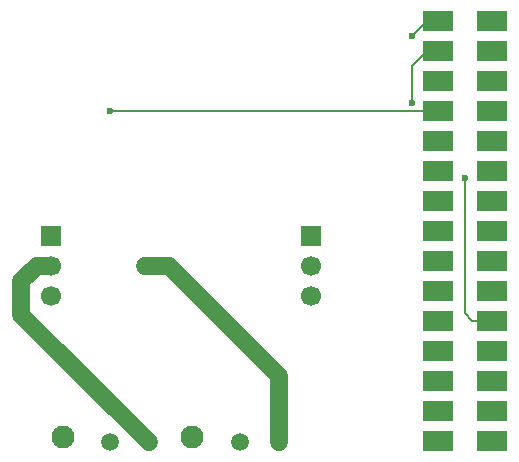
<source format=gbr>
%TF.GenerationSoftware,KiCad,Pcbnew,9.0.4-1.fc42*%
%TF.CreationDate,2025-09-12T10:21:52-07:00*%
%TF.ProjectId,adapter_relay,61646170-7465-4725-9f72-656c61792e6b,1.0*%
%TF.SameCoordinates,Original*%
%TF.FileFunction,Copper,L1,Top*%
%TF.FilePolarity,Positive*%
%FSLAX46Y46*%
G04 Gerber Fmt 4.6, Leading zero omitted, Abs format (unit mm)*
G04 Created by KiCad (PCBNEW 9.0.4-1.fc42) date 2025-09-12 10:21:52*
%MOMM*%
%LPD*%
G01*
G04 APERTURE LIST*
%TA.AperFunction,SMDPad,CuDef*%
%ADD10R,2.600000X1.700000*%
%TD*%
%TA.AperFunction,ComponentPad*%
%ADD11C,1.500000*%
%TD*%
%TA.AperFunction,ComponentPad*%
%ADD12C,1.950000*%
%TD*%
%TA.AperFunction,ComponentPad*%
%ADD13R,1.700000X1.700000*%
%TD*%
%TA.AperFunction,ComponentPad*%
%ADD14C,1.700000*%
%TD*%
%TA.AperFunction,ViaPad*%
%ADD15C,0.600000*%
%TD*%
%TA.AperFunction,ViaPad*%
%ADD16C,0.700000*%
%TD*%
%TA.AperFunction,ViaPad*%
%ADD17C,1.000000*%
%TD*%
%TA.AperFunction,Conductor*%
%ADD18C,0.200000*%
%TD*%
%TA.AperFunction,Conductor*%
%ADD19C,1.500000*%
%TD*%
G04 APERTURE END LIST*
D10*
%TO.P,J1,000,GND*%
%TO.N,GND*%
X146350000Y-107220000D03*
%TO.P,J1,001,GND*%
%TO.N,/GND1*%
X146350000Y-109760000D03*
%TO.P,J1,002,GND*%
%TO.N,/GND2*%
X146350000Y-112300000D03*
%TO.P,J1,003,G37\u00B7SPI_MOSI*%
%TO.N,unconnected-(J1-G37\u00B7SPI_MOSI-Pad003)*%
X146350000Y-114840000D03*
%TO.P,J1,004,G35\u00B7SPI_MISO*%
%TO.N,unconnected-(J1-G35\u00B7SPI_MISO-Pad004)*%
X146350000Y-117380000D03*
%TO.P,J1,005,G36\u00B7SPI_CLK*%
%TO.N,unconnected-(J1-G36\u00B7SPI_CLK-Pad005)*%
X146350000Y-119920000D03*
%TO.P,J1,006,G44/RXD0\u00B7*%
%TO.N,/G44{slash}RXD0\u00B7*%
X146350000Y-122460000D03*
%TO.P,J1,007,G18/PC_RX\u00B7*%
%TO.N,/G18{slash}PC_RX\u00B7*%
X146350000Y-125000000D03*
%TO.P,J1,008,G12/In_SDA\u00B7*%
%TO.N,/G12{slash}In_SDA\u00B7*%
X146350000Y-127540000D03*
%TO.P,J1,009,G2/PA_SDA\u00B7*%
%TO.N,/G2{slash}PA_SDA\u00B7*%
X146350000Y-130080000D03*
%TO.P,J1,010,G6\u00B7*%
%TO.N,/G6\u00B7SPI_CLK*%
X146350000Y-132620000D03*
%TO.P,J1,011,G13/I2S_DOUT\u00B7RS232_TX/RS485_TX*%
%TO.N,/G13{slash}I2S_DOUT\u00B7RS232_TX{slash}RS485_TX*%
X146350000Y-135160000D03*
%TO.P,J1,012,HPWR*%
%TO.N,/HPWR0*%
X146350000Y-137700000D03*
%TO.P,J1,013,HPWR*%
%TO.N,/HPWR1*%
X146350000Y-140240000D03*
%TO.P,J1,014,HPWR*%
%TO.N,/HPWR2*%
X146350000Y-142780000D03*
%TO.P,J1,100,G10\u00B7*%
%TO.N,/G10\u00B7SPI_MOSI*%
X141750000Y-107220000D03*
%TO.P,J1,101,G8\u00B7*%
%TO.N,/G8\u00B7SPI_MISO*%
X141750000Y-109760000D03*
%TO.P,J1,102,RST/EN\u00B7*%
%TO.N,/RST{slash}EN\u00B7*%
X141750000Y-112300000D03*
%TO.P,J1,103,G5\u00B7*%
%TO.N,/G5\u00B7*%
X141750000Y-114840000D03*
%TO.P,J1,104,G9\u00B7CS*%
%TO.N,/G9\u00B7CS*%
X141750000Y-117380000D03*
%TO.P,J1,105,3V3*%
%TO.N,/3V3*%
X141750000Y-119920000D03*
%TO.P,J1,106,G43/TXD0\u00B7*%
%TO.N,/G43{slash}TXD0\u00B7*%
X141750000Y-122460000D03*
%TO.P,J1,107,G17/PC_TX\u00B7*%
%TO.N,/G17{slash}PC_TX\u00B7*%
X141750000Y-125000000D03*
%TO.P,J1,108,G11/In_SCL\u00B7*%
%TO.N,/G11{slash}In_CL\u00B7*%
X141750000Y-127540000D03*
%TO.P,J1,109,G1/PA_SCL\u00B7RS232_RX/RS485_RX*%
%TO.N,/G1{slash}PA_SCL\u00B7RS232_RX{slash}RS485_RX*%
X141750000Y-130080000D03*
%TO.P,J1,110,G7\u00B7RST*%
%TO.N,/G7\u00B7RST*%
X141750000Y-132620000D03*
%TO.P,J1,111,G0/I2S_LRCK\u00B7*%
%TO.N,/G0{slash}I2S_LRCK\u00B7*%
X141750000Y-135160000D03*
%TO.P,J1,112,G14/I2S_DIN\u00B7INT*%
%TO.N,/G14{slash}I2S_DIN\u00B7INT*%
X141750000Y-137700000D03*
%TO.P,J1,113,5V*%
%TO.N,+5V*%
X141750000Y-140240000D03*
%TO.P,J1,114,BAT*%
%TO.N,/BAT*%
X141750000Y-142780000D03*
%TD*%
D11*
%TO.P,J3,1,1*%
%TO.N,/SW1*%
X117300000Y-142900000D03*
D12*
%TO.P,J3,2,2*%
%TO.N,/COM0*%
X110000000Y-142500000D03*
D11*
%TO.P,J3,3,3*%
%TO.N,unconnected-(J3-Pad3)*%
X114000000Y-142900000D03*
%TD*%
D13*
%TO.P,J6,1,Pin_1*%
%TO.N,/NC1*%
X109000000Y-125460000D03*
D14*
%TO.P,J6,2,Pin_2*%
%TO.N,/SW1*%
X109000000Y-128000000D03*
%TO.P,J6,3,Pin_3*%
%TO.N,/NO1*%
X109000000Y-130540000D03*
%TD*%
D11*
%TO.P,J4,1,1*%
%TO.N,/COM1*%
X128300000Y-142900000D03*
D12*
%TO.P,J4,2,2*%
%TO.N,/SW0*%
X121000000Y-142500000D03*
D11*
%TO.P,J4,3,3*%
%TO.N,unconnected-(J4-Pad3)*%
X125000000Y-142900000D03*
%TD*%
D13*
%TO.P,J5,1,Pin_1*%
%TO.N,/NC0*%
X131000000Y-125460000D03*
D14*
%TO.P,J5,2,Pin_2*%
%TO.N,/SW0*%
X131000000Y-128000000D03*
%TO.P,J5,3,Pin_3*%
%TO.N,/NO0*%
X131000000Y-130540000D03*
%TD*%
D15*
%TO.N,/G5\u00B7*%
X114000000Y-114901000D03*
D16*
%TO.N,/G14{slash}I2S_DIN\u00B7INT*%
X141000000Y-137700000D03*
X142500000Y-137700000D03*
D15*
%TO.N,/G8\u00B7SPI_MISO*%
X139610000Y-114200000D03*
D16*
%TO.N,/RST{slash}EN\u00B7*%
X142500000Y-112300000D03*
X141000000Y-112300000D03*
%TO.N,/G2{slash}PA_SDA\u00B7*%
X147100000Y-130080000D03*
X145600000Y-130080000D03*
D15*
%TO.N,/G6\u00B7SPI_CLK*%
X144050000Y-120555000D03*
D16*
%TO.N,/G44{slash}RXD0\u00B7*%
X145600000Y-122460000D03*
X147100000Y-122460000D03*
%TO.N,/GND1*%
X147100000Y-109760000D03*
X145600000Y-109760000D03*
%TO.N,/3V3*%
X142500000Y-119920000D03*
X141000000Y-119920000D03*
%TO.N,/GND2*%
X145600000Y-112300000D03*
X147100000Y-112300000D03*
%TO.N,/G7\u00B7RST*%
X141000000Y-132620000D03*
X142500000Y-132620000D03*
%TO.N,/G43{slash}TXD0\u00B7*%
X142500000Y-122460000D03*
X141000000Y-122460000D03*
%TO.N,GND*%
X145600000Y-107220000D03*
X147100000Y-107220000D03*
%TO.N,/G18{slash}PC_RX\u00B7*%
X147100000Y-125000000D03*
X145600000Y-125000000D03*
%TO.N,/HPWR2*%
X145600000Y-142780000D03*
X147100000Y-142780000D03*
D15*
%TO.N,/G10\u00B7SPI_MOSI*%
X139605000Y-108490000D03*
D16*
%TO.N,/G1{slash}PA_SCL\u00B7RS232_RX{slash}RS485_RX*%
X142500000Y-130080000D03*
X141000000Y-130080000D03*
%TO.N,/G13{slash}I2S_DOUT\u00B7RS232_TX{slash}RS485_TX*%
X145600000Y-135160000D03*
X147100000Y-135160000D03*
%TO.N,/G11{slash}In_CL\u00B7*%
X141000000Y-127540000D03*
X142500000Y-127540000D03*
%TO.N,/G0{slash}I2S_LRCK\u00B7*%
X141000000Y-135160000D03*
X142500000Y-135160000D03*
%TO.N,/HPWR0*%
X147100000Y-137700000D03*
X145600000Y-137700000D03*
%TO.N,/G12{slash}In_SDA\u00B7*%
X145600000Y-127540000D03*
X147100000Y-127540000D03*
%TO.N,/HPWR1*%
X147100000Y-140240000D03*
X145600000Y-140240000D03*
%TO.N,+5V*%
X141000000Y-140240000D03*
X142500000Y-140240000D03*
%TO.N,/G17{slash}PC_TX\u00B7*%
X142500000Y-125000000D03*
X141000000Y-125000000D03*
%TO.N,/G9\u00B7CS*%
X142500000Y-117380000D03*
X141000000Y-117380000D03*
%TO.N,/BAT*%
X141000000Y-142780000D03*
X142500000Y-142780000D03*
D17*
%TO.N,/COM1*%
X117000000Y-128000000D03*
X119000000Y-128000000D03*
%TD*%
D18*
%TO.N,/G5\u00B7*%
X141750000Y-114840000D02*
X141689000Y-114901000D01*
X141689000Y-114901000D02*
X114000000Y-114901000D01*
%TO.N,/G8\u00B7SPI_MISO*%
X139610000Y-114200000D02*
X139605000Y-111030000D01*
X140875000Y-109760000D02*
X139605000Y-111030000D01*
X141750000Y-109760000D02*
X140875000Y-109760000D01*
%TO.N,/G6\u00B7SPI_CLK*%
X144685000Y-132620000D02*
X144050000Y-131985000D01*
X146350000Y-132620000D02*
X144685000Y-132620000D01*
X144050000Y-131985000D02*
X144050000Y-120555000D01*
%TO.N,/G10\u00B7SPI_MOSI*%
X141750000Y-107220000D02*
X140875000Y-107220000D01*
X140875000Y-107220000D02*
X139605000Y-108490000D01*
D19*
%TO.N,/SW1*%
X117300000Y-142900000D02*
X106500000Y-132100000D01*
X106500000Y-132100000D02*
X106500000Y-129297919D01*
X107797919Y-128000000D02*
X109000000Y-128000000D01*
X106500000Y-129297919D02*
X107797919Y-128000000D01*
%TO.N,/COM1*%
X119000000Y-128000000D02*
X128300000Y-137300000D01*
X128300000Y-142900000D02*
X128300000Y-137300000D01*
X117000000Y-128000000D02*
X119000000Y-128000000D01*
%TD*%
M02*

</source>
